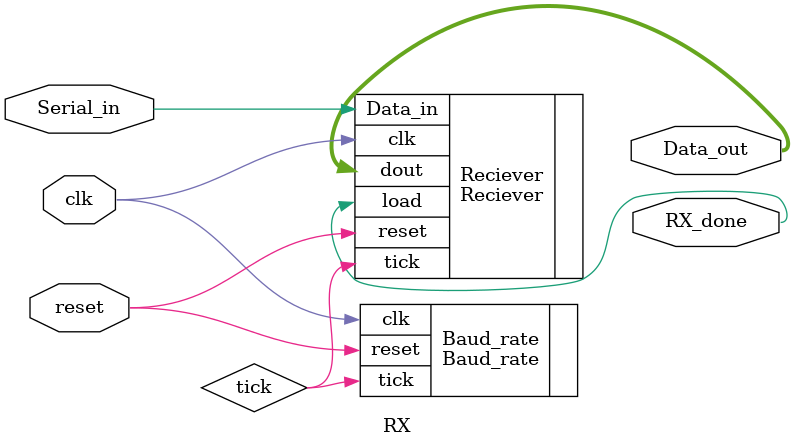
<source format=v>
`timescale 1ns / 1ps
module RX(
    input reset,
    input clk,
    input Serial_in,
    output RX_done,
    output [7:0] Data_out
    );
parameter baudrate = 9600 ;
parameter freq = 50000000 ;
wire tick;
Baud_rate#(freq/(baudrate*16)) Baud_rate (
    .clk(clk), 
    .reset(reset), 
    .tick(tick)
    );
Reciever Reciever (
    .clk(clk), 
    .reset(reset), 
    .Data_in(Serial_in), 
    .tick(tick), 
    .dout(Data_out), 
    .load(RX_done)
    );
endmodule

</source>
